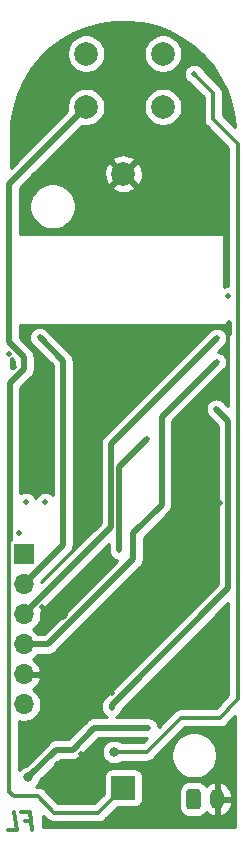
<source format=gbr>
G04 #@! TF.GenerationSoftware,KiCad,Pcbnew,(5.1.9)-1*
G04 #@! TF.CreationDate,2021-03-01T14:13:03+01:00*
G04 #@! TF.ProjectId,button v2_1 - AA [TPL5110],62757474-6f6e-4207-9632-5f31202d2041,rev?*
G04 #@! TF.SameCoordinates,Original*
G04 #@! TF.FileFunction,Copper,L2,Bot*
G04 #@! TF.FilePolarity,Positive*
%FSLAX46Y46*%
G04 Gerber Fmt 4.6, Leading zero omitted, Abs format (unit mm)*
G04 Created by KiCad (PCBNEW (5.1.9)-1) date 2021-03-01 14:13:03*
%MOMM*%
%LPD*%
G01*
G04 APERTURE LIST*
G04 #@! TA.AperFunction,NonConductor*
%ADD10C,0.300000*%
G04 #@! TD*
G04 #@! TA.AperFunction,ComponentPad*
%ADD11O,1.200000X1.750000*%
G04 #@! TD*
G04 #@! TA.AperFunction,ComponentPad*
%ADD12O,1.700000X1.700000*%
G04 #@! TD*
G04 #@! TA.AperFunction,ComponentPad*
%ADD13R,1.700000X1.700000*%
G04 #@! TD*
G04 #@! TA.AperFunction,ComponentPad*
%ADD14C,2.000000*%
G04 #@! TD*
G04 #@! TA.AperFunction,ComponentPad*
%ADD15R,2.000000X2.000000*%
G04 #@! TD*
G04 #@! TA.AperFunction,ViaPad*
%ADD16C,0.500000*%
G04 #@! TD*
G04 #@! TA.AperFunction,ViaPad*
%ADD17C,0.800000*%
G04 #@! TD*
G04 #@! TA.AperFunction,Conductor*
%ADD18C,0.500000*%
G04 #@! TD*
G04 #@! TA.AperFunction,Conductor*
%ADD19C,0.350000*%
G04 #@! TD*
G04 #@! TA.AperFunction,Conductor*
%ADD20C,0.254000*%
G04 #@! TD*
G04 #@! TA.AperFunction,Conductor*
%ADD21C,0.100000*%
G04 #@! TD*
G04 APERTURE END LIST*
D10*
X118650714Y-112312857D02*
X119150714Y-112312857D01*
X119248928Y-113098571D02*
X119061428Y-111598571D01*
X118347142Y-111598571D01*
X117248928Y-113098571D02*
X117963214Y-113098571D01*
X117775714Y-111598571D01*
D11*
G04 #@! TO.P,BT2,2*
G04 #@! TO.N,/GND*
X134930000Y-110490000D03*
G04 #@! TO.P,BT2,1*
G04 #@! TO.N,Net-(BT1-Pad1)*
G04 #@! TA.AperFunction,ComponentPad*
G36*
G01*
X132330000Y-111115001D02*
X132330000Y-109864999D01*
G75*
G02*
X132579999Y-109615000I249999J0D01*
G01*
X133280001Y-109615000D01*
G75*
G02*
X133530000Y-109864999I0J-249999D01*
G01*
X133530000Y-111115001D01*
G75*
G02*
X133280001Y-111365000I-249999J0D01*
G01*
X132579999Y-111365000D01*
G75*
G02*
X132330000Y-111115001I0J249999D01*
G01*
G37*
G04 #@! TD.AperFunction*
G04 #@! TD*
D12*
G04 #@! TO.P,J1,6*
G04 #@! TO.N,/VCC*
X118560000Y-102470000D03*
G04 #@! TO.P,J1,5*
G04 #@! TO.N,/GND*
X118560000Y-99930000D03*
G04 #@! TO.P,J1,4*
G04 #@! TO.N,/RX*
X118560000Y-97390000D03*
G04 #@! TO.P,J1,3*
G04 #@! TO.N,/TX*
X118560000Y-94850000D03*
G04 #@! TO.P,J1,2*
G04 #@! TO.N,/RST*
X118560000Y-92310000D03*
D13*
G04 #@! TO.P,J1,1*
G04 #@! TO.N,N/C*
X118560000Y-89770000D03*
G04 #@! TD*
D14*
G04 #@! TO.P,SW1,1*
G04 #@! TO.N,Net-(BT1-Pad1)*
X123850000Y-51880000D03*
G04 #@! TO.P,SW1,2*
G04 #@! TO.N,Net-(R6-Pad1)*
X123850000Y-47380000D03*
G04 #@! TO.P,SW1,1*
G04 #@! TO.N,Net-(BT1-Pad1)*
X130350000Y-51880000D03*
G04 #@! TO.P,SW1,2*
G04 #@! TO.N,Net-(R6-Pad1)*
X130350000Y-47380000D03*
G04 #@! TD*
D15*
G04 #@! TO.P,BT1,1*
G04 #@! TO.N,Net-(BT1-Pad1)*
X127000000Y-109530000D03*
D14*
G04 #@! TO.P,BT1,2*
G04 #@! TO.N,/GND*
X127000000Y-57540000D03*
G04 #@! TD*
D16*
G04 #@! TO.N,*
X135875000Y-67925000D03*
G04 #@! TO.N,/VCC*
X118750000Y-85350000D03*
X120400000Y-85350000D03*
G04 #@! TO.N,/GND*
X118150000Y-88000000D03*
X131400000Y-92000000D03*
X134100000Y-55900000D03*
X135200000Y-85400000D03*
X134200000Y-85400000D03*
X117300000Y-72800000D03*
D17*
X135000000Y-102000000D03*
X121900000Y-94900000D03*
D16*
X126000000Y-101500000D03*
X127500000Y-99500000D03*
X130500000Y-101800000D03*
X123100000Y-101600000D03*
X122600000Y-108700000D03*
D17*
X122200000Y-110200000D03*
D16*
X121400000Y-107500000D03*
X123400000Y-106700000D03*
X122450000Y-104100000D03*
X117700000Y-73900000D03*
X128200000Y-101800000D03*
X133050000Y-85325000D03*
X120075000Y-94200000D03*
X135925000Y-70200000D03*
G04 #@! TO.N,/RST*
X119900000Y-71400000D03*
G04 #@! TO.N,/RX*
X134900000Y-73500000D03*
G04 #@! TO.N,/TX*
X134900000Y-71450000D03*
G04 #@! TO.N,/GPIO0*
X126650000Y-89425000D03*
X128975000Y-80025000D03*
G04 #@! TO.N,/GPIO4*
X126000000Y-102750000D03*
X134850000Y-77450000D03*
G04 #@! TO.N,Net-(L1-Pad1)*
X129100000Y-104450000D03*
D17*
X118960000Y-108658000D03*
G04 #@! TO.N,Net-(R6-Pad1)*
X126200000Y-106500000D03*
D16*
X133000000Y-49100000D03*
G04 #@! TD*
D18*
G04 #@! TO.N,/GND*
X134800000Y-101800000D02*
X135000000Y-102000000D01*
X130500000Y-101800000D02*
X134800000Y-101800000D01*
X130500000Y-101800000D02*
X128200000Y-101800000D01*
X128200000Y-101800000D02*
X128200000Y-101800000D01*
D19*
X133050000Y-85325000D02*
X132325000Y-85325000D01*
D18*
X135925000Y-70200000D02*
X135925000Y-71125000D01*
G04 #@! TO.N,/RST*
X118560000Y-92310000D02*
X121900000Y-88970000D01*
X121900000Y-88970000D02*
X121900000Y-73400000D01*
X121900000Y-73400000D02*
X119900000Y-71400000D01*
X119900000Y-71400000D02*
X119900000Y-71400000D01*
G04 #@! TO.N,/RX*
X118560000Y-97390000D02*
X120626102Y-97390000D01*
X120626102Y-97390000D02*
X127824999Y-90191103D01*
X127824999Y-90191103D02*
X127824999Y-87988999D01*
X130250000Y-85563998D02*
X130250000Y-78150000D01*
X127824999Y-87988999D02*
X130250000Y-85563998D01*
X130250000Y-78150000D02*
X134900000Y-73500000D01*
G04 #@! TO.N,/TX*
X125949989Y-80400011D02*
X134900000Y-71450000D01*
X118560000Y-94850000D02*
X125949989Y-87460011D01*
X125949989Y-87460011D02*
X125949989Y-80400011D01*
G04 #@! TO.N,/GPIO0*
X126650000Y-89425000D02*
X126650000Y-82350000D01*
X126650000Y-82350000D02*
X128975000Y-80025000D01*
X128975000Y-80025000D02*
X128975000Y-80025000D01*
G04 #@! TO.N,Net-(BT1-Pad1)*
X123850000Y-51880000D02*
X117350000Y-58380000D01*
X117350000Y-71813998D02*
X118600000Y-73063998D01*
X117350000Y-58380000D02*
X117350000Y-71813998D01*
X118600000Y-73063998D02*
X118600000Y-74100000D01*
X118600000Y-74100000D02*
X117400000Y-75300000D01*
X117400000Y-75300000D02*
X117400000Y-88550000D01*
D19*
X117400000Y-88550000D02*
X117400000Y-88554998D01*
X117334999Y-88619999D02*
X117334999Y-109884999D01*
X117400000Y-88554998D02*
X117334999Y-88619999D01*
X117334999Y-109884999D02*
X117700000Y-110250000D01*
X117700000Y-110250000D02*
X119750000Y-110250000D01*
X119750000Y-110250000D02*
X121150000Y-111650000D01*
X124880000Y-111650000D02*
X127000000Y-109530000D01*
X121150000Y-111650000D02*
X124880000Y-111650000D01*
D18*
G04 #@! TO.N,/GPIO4*
X126000000Y-102536002D02*
X135900000Y-92636002D01*
X126000000Y-102750000D02*
X126000000Y-102536002D01*
X135900000Y-92636002D02*
X135900000Y-78500000D01*
X135900000Y-78500000D02*
X134850000Y-77450000D01*
X134850000Y-77450000D02*
X134850000Y-77450000D01*
G04 #@! TO.N,Net-(L1-Pad1)*
X129100000Y-104450000D02*
X124550000Y-104450000D01*
X124550000Y-104450000D02*
X122700000Y-106300000D01*
X121318000Y-106300000D02*
X118960000Y-108658000D01*
X122700000Y-106300000D02*
X121318000Y-106300000D01*
D19*
G04 #@! TO.N,Net-(R6-Pad1)*
X126200000Y-106500000D02*
X129000000Y-106500000D01*
X129000000Y-106500000D02*
X131900000Y-103600000D01*
X131900000Y-103600000D02*
X135200000Y-103600000D01*
X135825001Y-102974999D02*
X135825001Y-102874999D01*
X135200000Y-103600000D02*
X135825001Y-102974999D01*
X135825001Y-102874999D02*
X136700000Y-102000000D01*
X136700000Y-102000000D02*
X136700000Y-75600000D01*
X136700000Y-75600000D02*
X136700000Y-55000000D01*
X136700000Y-55000000D02*
X134600000Y-52900000D01*
X134600000Y-52900000D02*
X134600000Y-50700000D01*
X134600000Y-50700000D02*
X133000000Y-49100000D01*
X133000000Y-49100000D02*
X133000000Y-49100000D01*
G04 #@! TD*
D20*
G04 #@! TO.N,/GND*
X136461901Y-112852600D02*
X120235000Y-112852600D01*
X120235000Y-111880512D01*
X120549100Y-112194612D01*
X120574472Y-112225528D01*
X120663093Y-112298257D01*
X120697810Y-112326749D01*
X120773024Y-112366951D01*
X120838527Y-112401963D01*
X120991212Y-112448280D01*
X121110209Y-112460000D01*
X121110212Y-112460000D01*
X121150000Y-112463919D01*
X121189788Y-112460000D01*
X124840212Y-112460000D01*
X124880000Y-112463919D01*
X124919788Y-112460000D01*
X124919791Y-112460000D01*
X125038788Y-112448280D01*
X125191473Y-112401963D01*
X125332189Y-112326749D01*
X125455528Y-112225528D01*
X125480899Y-112194613D01*
X126507440Y-111168072D01*
X128000000Y-111168072D01*
X128124482Y-111155812D01*
X128244180Y-111119502D01*
X128354494Y-111060537D01*
X128451185Y-110981185D01*
X128530537Y-110884494D01*
X128589502Y-110774180D01*
X128625812Y-110654482D01*
X128638072Y-110530000D01*
X128638072Y-109864999D01*
X131691928Y-109864999D01*
X131691928Y-111115001D01*
X131708992Y-111288255D01*
X131759528Y-111454851D01*
X131841595Y-111608387D01*
X131952038Y-111742962D01*
X132086613Y-111853405D01*
X132240149Y-111935472D01*
X132406745Y-111986008D01*
X132579999Y-112003072D01*
X133280001Y-112003072D01*
X133453255Y-111986008D01*
X133619851Y-111935472D01*
X133773387Y-111853405D01*
X133907962Y-111742962D01*
X134018405Y-111608387D01*
X134020967Y-111603594D01*
X134146526Y-111728078D01*
X134349467Y-111862421D01*
X134574718Y-111954591D01*
X134612391Y-111958462D01*
X134803000Y-111833731D01*
X134803000Y-110617000D01*
X135057000Y-110617000D01*
X135057000Y-111833731D01*
X135247609Y-111958462D01*
X135285282Y-111954591D01*
X135510533Y-111862421D01*
X135713474Y-111728078D01*
X135886307Y-111556725D01*
X136022390Y-111354946D01*
X136116493Y-111130496D01*
X136165000Y-110892000D01*
X136165000Y-110617000D01*
X135057000Y-110617000D01*
X134803000Y-110617000D01*
X134783000Y-110617000D01*
X134783000Y-110363000D01*
X134803000Y-110363000D01*
X134803000Y-109146269D01*
X135057000Y-109146269D01*
X135057000Y-110363000D01*
X136165000Y-110363000D01*
X136165000Y-110088000D01*
X136116493Y-109849504D01*
X136022390Y-109625054D01*
X135886307Y-109423275D01*
X135713474Y-109251922D01*
X135510533Y-109117579D01*
X135285282Y-109025409D01*
X135247609Y-109021538D01*
X135057000Y-109146269D01*
X134803000Y-109146269D01*
X134612391Y-109021538D01*
X134574718Y-109025409D01*
X134349467Y-109117579D01*
X134146526Y-109251922D01*
X134020967Y-109376406D01*
X134018405Y-109371613D01*
X133907962Y-109237038D01*
X133773387Y-109126595D01*
X133619851Y-109044528D01*
X133453255Y-108993992D01*
X133280001Y-108976928D01*
X132579999Y-108976928D01*
X132406745Y-108993992D01*
X132240149Y-109044528D01*
X132086613Y-109126595D01*
X131952038Y-109237038D01*
X131841595Y-109371613D01*
X131759528Y-109525149D01*
X131708992Y-109691745D01*
X131691928Y-109864999D01*
X128638072Y-109864999D01*
X128638072Y-108530000D01*
X128625812Y-108405518D01*
X128589502Y-108285820D01*
X128530537Y-108175506D01*
X128451185Y-108078815D01*
X128354494Y-107999463D01*
X128244180Y-107940498D01*
X128124482Y-107904188D01*
X128000000Y-107891928D01*
X126000000Y-107891928D01*
X125875518Y-107904188D01*
X125755820Y-107940498D01*
X125645506Y-107999463D01*
X125548815Y-108078815D01*
X125469463Y-108175506D01*
X125410498Y-108285820D01*
X125374188Y-108405518D01*
X125361928Y-108530000D01*
X125361928Y-110022560D01*
X124544488Y-110840000D01*
X121485512Y-110840000D01*
X120350900Y-109705388D01*
X120325528Y-109674472D01*
X120202189Y-109573251D01*
X120061473Y-109498037D01*
X119908788Y-109451720D01*
X119789791Y-109440000D01*
X119789788Y-109440000D01*
X119750000Y-109436081D01*
X119710212Y-109440000D01*
X119641711Y-109440000D01*
X119763937Y-109317774D01*
X119877205Y-109148256D01*
X119955226Y-108959898D01*
X119966535Y-108903043D01*
X121684579Y-107185000D01*
X122656531Y-107185000D01*
X122700000Y-107189281D01*
X122743469Y-107185000D01*
X122743477Y-107185000D01*
X122873490Y-107172195D01*
X123040313Y-107121589D01*
X123194059Y-107039411D01*
X123328817Y-106928817D01*
X123356534Y-106895044D01*
X124916579Y-105335000D01*
X129019488Y-105335000D01*
X128664488Y-105690000D01*
X126850700Y-105690000D01*
X126690256Y-105582795D01*
X126501898Y-105504774D01*
X126301939Y-105465000D01*
X126098061Y-105465000D01*
X125898102Y-105504774D01*
X125709744Y-105582795D01*
X125540226Y-105696063D01*
X125396063Y-105840226D01*
X125282795Y-106009744D01*
X125204774Y-106198102D01*
X125165000Y-106398061D01*
X125165000Y-106601939D01*
X125204774Y-106801898D01*
X125282795Y-106990256D01*
X125396063Y-107159774D01*
X125540226Y-107303937D01*
X125709744Y-107417205D01*
X125898102Y-107495226D01*
X126098061Y-107535000D01*
X126301939Y-107535000D01*
X126501898Y-107495226D01*
X126690256Y-107417205D01*
X126850700Y-107310000D01*
X128960212Y-107310000D01*
X129000000Y-107313919D01*
X129039788Y-107310000D01*
X129039791Y-107310000D01*
X129158788Y-107298280D01*
X129311473Y-107251963D01*
X129452189Y-107176749D01*
X129575528Y-107075528D01*
X129600900Y-107044612D01*
X130058063Y-106587449D01*
X131040000Y-106587449D01*
X131040000Y-106972551D01*
X131115130Y-107350252D01*
X131262502Y-107706040D01*
X131476453Y-108026240D01*
X131748760Y-108298547D01*
X132068960Y-108512498D01*
X132424748Y-108659870D01*
X132802449Y-108735000D01*
X133187551Y-108735000D01*
X133565252Y-108659870D01*
X133921040Y-108512498D01*
X134241240Y-108298547D01*
X134513547Y-108026240D01*
X134727498Y-107706040D01*
X134874870Y-107350252D01*
X134950000Y-106972551D01*
X134950000Y-106587449D01*
X134874870Y-106209748D01*
X134727498Y-105853960D01*
X134513547Y-105533760D01*
X134241240Y-105261453D01*
X133921040Y-105047502D01*
X133565252Y-104900130D01*
X133187551Y-104825000D01*
X132802449Y-104825000D01*
X132424748Y-104900130D01*
X132068960Y-105047502D01*
X131748760Y-105261453D01*
X131476453Y-105533760D01*
X131262502Y-105853960D01*
X131115130Y-106209748D01*
X131040000Y-106587449D01*
X130058063Y-106587449D01*
X132235513Y-104410000D01*
X135160212Y-104410000D01*
X135200000Y-104413919D01*
X135239788Y-104410000D01*
X135239791Y-104410000D01*
X135358788Y-104398280D01*
X135511473Y-104351963D01*
X135652189Y-104276749D01*
X135775528Y-104175528D01*
X135800899Y-104144613D01*
X136369620Y-103575893D01*
X136400529Y-103550527D01*
X136461781Y-103475891D01*
X136461901Y-103475745D01*
X136461901Y-112852600D01*
G04 #@! TA.AperFunction,Conductor*
D21*
G36*
X136461901Y-112852600D02*
G01*
X120235000Y-112852600D01*
X120235000Y-111880512D01*
X120549100Y-112194612D01*
X120574472Y-112225528D01*
X120663093Y-112298257D01*
X120697810Y-112326749D01*
X120773024Y-112366951D01*
X120838527Y-112401963D01*
X120991212Y-112448280D01*
X121110209Y-112460000D01*
X121110212Y-112460000D01*
X121150000Y-112463919D01*
X121189788Y-112460000D01*
X124840212Y-112460000D01*
X124880000Y-112463919D01*
X124919788Y-112460000D01*
X124919791Y-112460000D01*
X125038788Y-112448280D01*
X125191473Y-112401963D01*
X125332189Y-112326749D01*
X125455528Y-112225528D01*
X125480899Y-112194613D01*
X126507440Y-111168072D01*
X128000000Y-111168072D01*
X128124482Y-111155812D01*
X128244180Y-111119502D01*
X128354494Y-111060537D01*
X128451185Y-110981185D01*
X128530537Y-110884494D01*
X128589502Y-110774180D01*
X128625812Y-110654482D01*
X128638072Y-110530000D01*
X128638072Y-109864999D01*
X131691928Y-109864999D01*
X131691928Y-111115001D01*
X131708992Y-111288255D01*
X131759528Y-111454851D01*
X131841595Y-111608387D01*
X131952038Y-111742962D01*
X132086613Y-111853405D01*
X132240149Y-111935472D01*
X132406745Y-111986008D01*
X132579999Y-112003072D01*
X133280001Y-112003072D01*
X133453255Y-111986008D01*
X133619851Y-111935472D01*
X133773387Y-111853405D01*
X133907962Y-111742962D01*
X134018405Y-111608387D01*
X134020967Y-111603594D01*
X134146526Y-111728078D01*
X134349467Y-111862421D01*
X134574718Y-111954591D01*
X134612391Y-111958462D01*
X134803000Y-111833731D01*
X134803000Y-110617000D01*
X135057000Y-110617000D01*
X135057000Y-111833731D01*
X135247609Y-111958462D01*
X135285282Y-111954591D01*
X135510533Y-111862421D01*
X135713474Y-111728078D01*
X135886307Y-111556725D01*
X136022390Y-111354946D01*
X136116493Y-111130496D01*
X136165000Y-110892000D01*
X136165000Y-110617000D01*
X135057000Y-110617000D01*
X134803000Y-110617000D01*
X134783000Y-110617000D01*
X134783000Y-110363000D01*
X134803000Y-110363000D01*
X134803000Y-109146269D01*
X135057000Y-109146269D01*
X135057000Y-110363000D01*
X136165000Y-110363000D01*
X136165000Y-110088000D01*
X136116493Y-109849504D01*
X136022390Y-109625054D01*
X135886307Y-109423275D01*
X135713474Y-109251922D01*
X135510533Y-109117579D01*
X135285282Y-109025409D01*
X135247609Y-109021538D01*
X135057000Y-109146269D01*
X134803000Y-109146269D01*
X134612391Y-109021538D01*
X134574718Y-109025409D01*
X134349467Y-109117579D01*
X134146526Y-109251922D01*
X134020967Y-109376406D01*
X134018405Y-109371613D01*
X133907962Y-109237038D01*
X133773387Y-109126595D01*
X133619851Y-109044528D01*
X133453255Y-108993992D01*
X133280001Y-108976928D01*
X132579999Y-108976928D01*
X132406745Y-108993992D01*
X132240149Y-109044528D01*
X132086613Y-109126595D01*
X131952038Y-109237038D01*
X131841595Y-109371613D01*
X131759528Y-109525149D01*
X131708992Y-109691745D01*
X131691928Y-109864999D01*
X128638072Y-109864999D01*
X128638072Y-108530000D01*
X128625812Y-108405518D01*
X128589502Y-108285820D01*
X128530537Y-108175506D01*
X128451185Y-108078815D01*
X128354494Y-107999463D01*
X128244180Y-107940498D01*
X128124482Y-107904188D01*
X128000000Y-107891928D01*
X126000000Y-107891928D01*
X125875518Y-107904188D01*
X125755820Y-107940498D01*
X125645506Y-107999463D01*
X125548815Y-108078815D01*
X125469463Y-108175506D01*
X125410498Y-108285820D01*
X125374188Y-108405518D01*
X125361928Y-108530000D01*
X125361928Y-110022560D01*
X124544488Y-110840000D01*
X121485512Y-110840000D01*
X120350900Y-109705388D01*
X120325528Y-109674472D01*
X120202189Y-109573251D01*
X120061473Y-109498037D01*
X119908788Y-109451720D01*
X119789791Y-109440000D01*
X119789788Y-109440000D01*
X119750000Y-109436081D01*
X119710212Y-109440000D01*
X119641711Y-109440000D01*
X119763937Y-109317774D01*
X119877205Y-109148256D01*
X119955226Y-108959898D01*
X119966535Y-108903043D01*
X121684579Y-107185000D01*
X122656531Y-107185000D01*
X122700000Y-107189281D01*
X122743469Y-107185000D01*
X122743477Y-107185000D01*
X122873490Y-107172195D01*
X123040313Y-107121589D01*
X123194059Y-107039411D01*
X123328817Y-106928817D01*
X123356534Y-106895044D01*
X124916579Y-105335000D01*
X129019488Y-105335000D01*
X128664488Y-105690000D01*
X126850700Y-105690000D01*
X126690256Y-105582795D01*
X126501898Y-105504774D01*
X126301939Y-105465000D01*
X126098061Y-105465000D01*
X125898102Y-105504774D01*
X125709744Y-105582795D01*
X125540226Y-105696063D01*
X125396063Y-105840226D01*
X125282795Y-106009744D01*
X125204774Y-106198102D01*
X125165000Y-106398061D01*
X125165000Y-106601939D01*
X125204774Y-106801898D01*
X125282795Y-106990256D01*
X125396063Y-107159774D01*
X125540226Y-107303937D01*
X125709744Y-107417205D01*
X125898102Y-107495226D01*
X126098061Y-107535000D01*
X126301939Y-107535000D01*
X126501898Y-107495226D01*
X126690256Y-107417205D01*
X126850700Y-107310000D01*
X128960212Y-107310000D01*
X129000000Y-107313919D01*
X129039788Y-107310000D01*
X129039791Y-107310000D01*
X129158788Y-107298280D01*
X129311473Y-107251963D01*
X129452189Y-107176749D01*
X129575528Y-107075528D01*
X129600900Y-107044612D01*
X130058063Y-106587449D01*
X131040000Y-106587449D01*
X131040000Y-106972551D01*
X131115130Y-107350252D01*
X131262502Y-107706040D01*
X131476453Y-108026240D01*
X131748760Y-108298547D01*
X132068960Y-108512498D01*
X132424748Y-108659870D01*
X132802449Y-108735000D01*
X133187551Y-108735000D01*
X133565252Y-108659870D01*
X133921040Y-108512498D01*
X134241240Y-108298547D01*
X134513547Y-108026240D01*
X134727498Y-107706040D01*
X134874870Y-107350252D01*
X134950000Y-106972551D01*
X134950000Y-106587449D01*
X134874870Y-106209748D01*
X134727498Y-105853960D01*
X134513547Y-105533760D01*
X134241240Y-105261453D01*
X133921040Y-105047502D01*
X133565252Y-104900130D01*
X133187551Y-104825000D01*
X132802449Y-104825000D01*
X132424748Y-104900130D01*
X132068960Y-105047502D01*
X131748760Y-105261453D01*
X131476453Y-105533760D01*
X131262502Y-105853960D01*
X131115130Y-106209748D01*
X131040000Y-106587449D01*
X130058063Y-106587449D01*
X132235513Y-104410000D01*
X135160212Y-104410000D01*
X135200000Y-104413919D01*
X135239788Y-104410000D01*
X135239791Y-104410000D01*
X135358788Y-104398280D01*
X135511473Y-104351963D01*
X135652189Y-104276749D01*
X135775528Y-104175528D01*
X135800899Y-104144613D01*
X136369620Y-103575893D01*
X136400529Y-103550527D01*
X136461781Y-103475891D01*
X136461901Y-103475745D01*
X136461901Y-112852600D01*
G37*
G04 #@! TD.AperFunction*
D20*
X135890000Y-70347652D02*
X135890000Y-75639790D01*
X135890001Y-75639800D01*
X135890001Y-77238423D01*
X135537426Y-76885848D01*
X135537424Y-76885845D01*
X135506530Y-76854951D01*
X135478817Y-76821183D01*
X135445049Y-76793470D01*
X135414155Y-76762576D01*
X135377829Y-76738304D01*
X135344059Y-76710589D01*
X135305533Y-76689996D01*
X135269205Y-76665723D01*
X135228835Y-76649001D01*
X135190313Y-76628411D01*
X135148513Y-76615731D01*
X135108145Y-76599010D01*
X135065295Y-76590487D01*
X135023490Y-76577805D01*
X134980013Y-76573523D01*
X134937165Y-76565000D01*
X134893469Y-76565000D01*
X134850000Y-76560719D01*
X134806531Y-76565000D01*
X134762835Y-76565000D01*
X134719987Y-76573523D01*
X134676510Y-76577805D01*
X134634705Y-76590487D01*
X134591855Y-76599010D01*
X134551487Y-76615731D01*
X134509687Y-76628411D01*
X134471165Y-76649001D01*
X134430795Y-76665723D01*
X134394467Y-76689996D01*
X134355941Y-76710589D01*
X134322171Y-76738304D01*
X134285845Y-76762576D01*
X134254951Y-76793470D01*
X134221183Y-76821183D01*
X134193470Y-76854951D01*
X134162576Y-76885845D01*
X134138304Y-76922171D01*
X134110589Y-76955941D01*
X134089996Y-76994467D01*
X134065723Y-77030795D01*
X134049001Y-77071165D01*
X134028411Y-77109687D01*
X134015731Y-77151487D01*
X133999010Y-77191855D01*
X133990487Y-77234705D01*
X133977805Y-77276510D01*
X133973523Y-77319987D01*
X133965000Y-77362835D01*
X133965000Y-77406523D01*
X133960718Y-77450000D01*
X133965000Y-77493477D01*
X133965000Y-77537165D01*
X133973523Y-77580013D01*
X133977805Y-77623490D01*
X133990487Y-77665295D01*
X133999010Y-77708145D01*
X134015731Y-77748513D01*
X134028411Y-77790313D01*
X134049001Y-77828835D01*
X134065723Y-77869205D01*
X134089996Y-77905533D01*
X134110589Y-77944059D01*
X134138304Y-77977829D01*
X134162576Y-78014155D01*
X134193470Y-78045049D01*
X134221183Y-78078817D01*
X134254951Y-78106530D01*
X134285845Y-78137424D01*
X134285848Y-78137426D01*
X135015001Y-78866580D01*
X135015000Y-92269423D01*
X125404955Y-101879469D01*
X125371183Y-101907185D01*
X125260589Y-102041943D01*
X125178411Y-102195689D01*
X125127805Y-102362512D01*
X125115000Y-102492525D01*
X125115000Y-102492533D01*
X125110719Y-102536002D01*
X125115000Y-102579471D01*
X125115000Y-102837165D01*
X125123523Y-102880014D01*
X125127805Y-102923489D01*
X125140486Y-102965292D01*
X125149010Y-103008145D01*
X125165732Y-103048516D01*
X125178411Y-103090312D01*
X125199000Y-103128831D01*
X125215723Y-103169205D01*
X125239999Y-103205537D01*
X125260589Y-103244058D01*
X125288301Y-103277825D01*
X125312576Y-103314155D01*
X125343472Y-103345051D01*
X125371183Y-103378817D01*
X125404951Y-103406530D01*
X125435845Y-103437424D01*
X125472171Y-103461696D01*
X125505941Y-103489411D01*
X125544467Y-103510004D01*
X125580795Y-103534277D01*
X125621165Y-103550999D01*
X125647360Y-103565000D01*
X124593465Y-103565000D01*
X124549999Y-103560719D01*
X124506533Y-103565000D01*
X124506523Y-103565000D01*
X124376510Y-103577805D01*
X124209687Y-103628411D01*
X124055941Y-103710589D01*
X124055939Y-103710590D01*
X124055940Y-103710590D01*
X123954953Y-103793468D01*
X123954951Y-103793470D01*
X123921183Y-103821183D01*
X123893470Y-103854951D01*
X122333422Y-105415000D01*
X121361469Y-105415000D01*
X121318000Y-105410719D01*
X121274531Y-105415000D01*
X121274523Y-105415000D01*
X121144510Y-105427805D01*
X120977686Y-105478411D01*
X120823941Y-105560589D01*
X120722953Y-105643468D01*
X120722951Y-105643470D01*
X120689183Y-105671183D01*
X120661470Y-105704951D01*
X118714957Y-107651465D01*
X118658102Y-107662774D01*
X118469744Y-107740795D01*
X118300226Y-107854063D01*
X118156063Y-107998226D01*
X118144999Y-108014784D01*
X118144999Y-103901544D01*
X118413740Y-103955000D01*
X118706260Y-103955000D01*
X118993158Y-103897932D01*
X119263411Y-103785990D01*
X119506632Y-103623475D01*
X119713475Y-103416632D01*
X119875990Y-103173411D01*
X119987932Y-102903158D01*
X120045000Y-102616260D01*
X120045000Y-102323740D01*
X119987932Y-102036842D01*
X119875990Y-101766589D01*
X119713475Y-101523368D01*
X119506632Y-101316525D01*
X119324466Y-101194805D01*
X119441355Y-101125178D01*
X119657588Y-100930269D01*
X119831641Y-100696920D01*
X119956825Y-100434099D01*
X120001476Y-100286890D01*
X119880155Y-100057000D01*
X118687000Y-100057000D01*
X118687000Y-100077000D01*
X118433000Y-100077000D01*
X118433000Y-100057000D01*
X118413000Y-100057000D01*
X118413000Y-99803000D01*
X118433000Y-99803000D01*
X118433000Y-99783000D01*
X118687000Y-99783000D01*
X118687000Y-99803000D01*
X119880155Y-99803000D01*
X120001476Y-99573110D01*
X119956825Y-99425901D01*
X119831641Y-99163080D01*
X119657588Y-98929731D01*
X119441355Y-98734822D01*
X119324466Y-98665195D01*
X119506632Y-98543475D01*
X119713475Y-98336632D01*
X119754656Y-98275000D01*
X120582633Y-98275000D01*
X120626102Y-98279281D01*
X120669571Y-98275000D01*
X120669579Y-98275000D01*
X120799592Y-98262195D01*
X120966415Y-98211589D01*
X121120161Y-98129411D01*
X121254919Y-98018817D01*
X121282636Y-97985044D01*
X128420050Y-90847631D01*
X128453816Y-90819920D01*
X128564410Y-90685162D01*
X128646588Y-90531416D01*
X128697194Y-90364593D01*
X128709999Y-90234580D01*
X128709999Y-90234572D01*
X128714280Y-90191103D01*
X128709999Y-90147634D01*
X128709999Y-88355577D01*
X130845050Y-86220527D01*
X130878817Y-86192815D01*
X130926859Y-86134277D01*
X130989410Y-86058058D01*
X130989411Y-86058057D01*
X131071589Y-85904311D01*
X131122195Y-85737488D01*
X131135000Y-85607475D01*
X131135000Y-85607465D01*
X131139281Y-85563999D01*
X131135000Y-85520533D01*
X131135000Y-78516578D01*
X135556532Y-74095047D01*
X135587424Y-74064155D01*
X135611696Y-74027830D01*
X135639410Y-73994060D01*
X135660001Y-73955536D01*
X135684277Y-73919205D01*
X135701000Y-73878832D01*
X135721588Y-73840314D01*
X135734267Y-73798519D01*
X135750990Y-73758145D01*
X135759515Y-73715288D01*
X135772194Y-73673491D01*
X135776475Y-73630022D01*
X135785000Y-73587165D01*
X135785000Y-73543467D01*
X135789281Y-73500001D01*
X135785000Y-73456534D01*
X135785000Y-73412835D01*
X135776475Y-73369977D01*
X135772194Y-73326510D01*
X135759515Y-73284715D01*
X135750990Y-73241855D01*
X135734265Y-73201478D01*
X135721588Y-73159687D01*
X135701002Y-73121174D01*
X135684277Y-73080795D01*
X135659997Y-73044457D01*
X135639410Y-73005942D01*
X135611702Y-72972180D01*
X135587424Y-72935845D01*
X135556527Y-72904948D01*
X135528817Y-72871183D01*
X135495052Y-72843473D01*
X135464155Y-72812576D01*
X135427820Y-72788298D01*
X135394058Y-72760590D01*
X135355543Y-72740003D01*
X135319205Y-72715723D01*
X135278826Y-72698998D01*
X135240313Y-72678412D01*
X135198522Y-72665735D01*
X135158145Y-72649010D01*
X135115285Y-72640485D01*
X135073490Y-72627806D01*
X135030023Y-72623525D01*
X134987165Y-72615000D01*
X134986579Y-72615000D01*
X135587424Y-72014155D01*
X135611696Y-71977830D01*
X135639410Y-71944060D01*
X135660001Y-71905536D01*
X135684277Y-71869205D01*
X135701000Y-71828832D01*
X135721588Y-71790314D01*
X135734267Y-71748517D01*
X135750990Y-71708145D01*
X135759513Y-71665296D01*
X135772195Y-71623491D01*
X135776477Y-71580014D01*
X135785000Y-71537165D01*
X135785000Y-71493469D01*
X135789281Y-71450000D01*
X135785000Y-71406531D01*
X135785000Y-71362835D01*
X135776477Y-71319985D01*
X135772195Y-71276510D01*
X135759514Y-71234707D01*
X135750990Y-71191855D01*
X135734266Y-71151480D01*
X135721588Y-71109687D01*
X135701002Y-71071173D01*
X135684277Y-71030795D01*
X135659999Y-70994460D01*
X135639410Y-70955941D01*
X135611699Y-70922176D01*
X135587424Y-70885845D01*
X135556528Y-70854949D01*
X135528817Y-70821183D01*
X135495051Y-70793472D01*
X135464155Y-70762576D01*
X135427824Y-70738301D01*
X135394059Y-70710590D01*
X135355540Y-70690001D01*
X135319205Y-70665723D01*
X135278827Y-70648998D01*
X135240313Y-70628412D01*
X135198520Y-70615734D01*
X135158145Y-70599010D01*
X135115293Y-70590486D01*
X135073490Y-70577805D01*
X135030015Y-70573523D01*
X134987165Y-70565000D01*
X134943469Y-70565000D01*
X134900000Y-70560719D01*
X134856531Y-70565000D01*
X134812835Y-70565000D01*
X134769986Y-70573523D01*
X134726509Y-70577805D01*
X134684704Y-70590487D01*
X134641855Y-70599010D01*
X134601483Y-70615733D01*
X134559686Y-70628412D01*
X134521168Y-70649000D01*
X134480795Y-70665723D01*
X134444464Y-70689999D01*
X134405940Y-70710590D01*
X134372170Y-70738304D01*
X134335845Y-70762576D01*
X134304953Y-70793468D01*
X125354941Y-79743481D01*
X125321173Y-79771194D01*
X125293460Y-79804962D01*
X125293457Y-79804965D01*
X125210579Y-79905952D01*
X125128401Y-80059698D01*
X125077794Y-80226521D01*
X125060708Y-80400011D01*
X125064990Y-80443490D01*
X125064989Y-87093432D01*
X120036652Y-92121770D01*
X120030539Y-92091039D01*
X122495050Y-89626529D01*
X122528817Y-89598817D01*
X122558798Y-89562286D01*
X122639410Y-89464060D01*
X122639411Y-89464059D01*
X122721589Y-89310313D01*
X122772195Y-89143490D01*
X122785000Y-89013477D01*
X122785000Y-89013467D01*
X122789281Y-88970001D01*
X122785000Y-88926535D01*
X122785000Y-73443465D01*
X122789281Y-73399999D01*
X122785000Y-73356533D01*
X122785000Y-73356523D01*
X122772195Y-73226510D01*
X122721589Y-73059687D01*
X122639411Y-72905941D01*
X122528817Y-72771183D01*
X122495049Y-72743470D01*
X120587426Y-70835848D01*
X120587424Y-70835845D01*
X120556530Y-70804951D01*
X120528817Y-70771183D01*
X120495049Y-70743470D01*
X120464155Y-70712576D01*
X120427829Y-70688304D01*
X120394059Y-70660589D01*
X120355533Y-70639996D01*
X120319205Y-70615723D01*
X120278835Y-70599001D01*
X120240313Y-70578411D01*
X120198513Y-70565731D01*
X120158145Y-70549010D01*
X120115295Y-70540487D01*
X120073490Y-70527805D01*
X120030013Y-70523523D01*
X119987165Y-70515000D01*
X119943469Y-70515000D01*
X119900000Y-70510719D01*
X119856531Y-70515000D01*
X119812835Y-70515000D01*
X119769987Y-70523523D01*
X119726510Y-70527805D01*
X119684705Y-70540487D01*
X119641855Y-70549010D01*
X119601487Y-70565731D01*
X119559687Y-70578411D01*
X119521165Y-70599001D01*
X119480795Y-70615723D01*
X119444467Y-70639996D01*
X119405941Y-70660589D01*
X119372171Y-70688304D01*
X119335845Y-70712576D01*
X119304951Y-70743470D01*
X119271183Y-70771183D01*
X119243470Y-70804951D01*
X119212576Y-70835845D01*
X119188304Y-70872171D01*
X119160589Y-70905941D01*
X119139996Y-70944467D01*
X119115723Y-70980795D01*
X119099001Y-71021165D01*
X119078411Y-71059687D01*
X119065731Y-71101487D01*
X119049010Y-71141855D01*
X119040487Y-71184705D01*
X119027805Y-71226510D01*
X119023523Y-71269987D01*
X119015000Y-71312835D01*
X119015000Y-71356523D01*
X119010718Y-71400000D01*
X119015000Y-71443477D01*
X119015000Y-71487165D01*
X119023523Y-71530013D01*
X119027805Y-71573490D01*
X119040487Y-71615295D01*
X119049010Y-71658145D01*
X119065731Y-71698513D01*
X119078411Y-71740313D01*
X119099001Y-71778835D01*
X119115723Y-71819205D01*
X119139996Y-71855533D01*
X119160589Y-71894059D01*
X119188304Y-71927829D01*
X119212576Y-71964155D01*
X119243470Y-71995049D01*
X119271183Y-72028817D01*
X119304951Y-72056530D01*
X119335845Y-72087424D01*
X119335848Y-72087426D01*
X121015001Y-73766580D01*
X121015000Y-84713421D01*
X120964155Y-84662576D01*
X120819205Y-84565723D01*
X120658145Y-84499010D01*
X120487165Y-84465000D01*
X120312835Y-84465000D01*
X120141855Y-84499010D01*
X119980795Y-84565723D01*
X119835845Y-84662576D01*
X119712576Y-84785845D01*
X119615723Y-84930795D01*
X119575000Y-85029109D01*
X119534277Y-84930795D01*
X119437424Y-84785845D01*
X119314155Y-84662576D01*
X119169205Y-84565723D01*
X119008145Y-84499010D01*
X118837165Y-84465000D01*
X118662835Y-84465000D01*
X118491855Y-84499010D01*
X118330795Y-84565723D01*
X118285000Y-84596322D01*
X118285000Y-75666578D01*
X119195049Y-74756530D01*
X119228817Y-74728817D01*
X119276117Y-74671183D01*
X119339410Y-74594060D01*
X119339411Y-74594059D01*
X119421589Y-74440313D01*
X119472195Y-74273490D01*
X119485000Y-74143477D01*
X119485000Y-74143467D01*
X119489281Y-74100001D01*
X119485000Y-74056532D01*
X119485000Y-73107467D01*
X119489281Y-73063998D01*
X119485000Y-73020529D01*
X119485000Y-73020521D01*
X119472195Y-72890508D01*
X119421589Y-72723685D01*
X119339411Y-72569939D01*
X119228817Y-72435181D01*
X119195050Y-72407469D01*
X118235000Y-71447420D01*
X118235000Y-70306926D01*
X135890000Y-70347652D01*
G04 #@! TA.AperFunction,Conductor*
D21*
G36*
X135890000Y-70347652D02*
G01*
X135890000Y-75639790D01*
X135890001Y-75639800D01*
X135890001Y-77238423D01*
X135537426Y-76885848D01*
X135537424Y-76885845D01*
X135506530Y-76854951D01*
X135478817Y-76821183D01*
X135445049Y-76793470D01*
X135414155Y-76762576D01*
X135377829Y-76738304D01*
X135344059Y-76710589D01*
X135305533Y-76689996D01*
X135269205Y-76665723D01*
X135228835Y-76649001D01*
X135190313Y-76628411D01*
X135148513Y-76615731D01*
X135108145Y-76599010D01*
X135065295Y-76590487D01*
X135023490Y-76577805D01*
X134980013Y-76573523D01*
X134937165Y-76565000D01*
X134893469Y-76565000D01*
X134850000Y-76560719D01*
X134806531Y-76565000D01*
X134762835Y-76565000D01*
X134719987Y-76573523D01*
X134676510Y-76577805D01*
X134634705Y-76590487D01*
X134591855Y-76599010D01*
X134551487Y-76615731D01*
X134509687Y-76628411D01*
X134471165Y-76649001D01*
X134430795Y-76665723D01*
X134394467Y-76689996D01*
X134355941Y-76710589D01*
X134322171Y-76738304D01*
X134285845Y-76762576D01*
X134254951Y-76793470D01*
X134221183Y-76821183D01*
X134193470Y-76854951D01*
X134162576Y-76885845D01*
X134138304Y-76922171D01*
X134110589Y-76955941D01*
X134089996Y-76994467D01*
X134065723Y-77030795D01*
X134049001Y-77071165D01*
X134028411Y-77109687D01*
X134015731Y-77151487D01*
X133999010Y-77191855D01*
X133990487Y-77234705D01*
X133977805Y-77276510D01*
X133973523Y-77319987D01*
X133965000Y-77362835D01*
X133965000Y-77406523D01*
X133960718Y-77450000D01*
X133965000Y-77493477D01*
X133965000Y-77537165D01*
X133973523Y-77580013D01*
X133977805Y-77623490D01*
X133990487Y-77665295D01*
X133999010Y-77708145D01*
X134015731Y-77748513D01*
X134028411Y-77790313D01*
X134049001Y-77828835D01*
X134065723Y-77869205D01*
X134089996Y-77905533D01*
X134110589Y-77944059D01*
X134138304Y-77977829D01*
X134162576Y-78014155D01*
X134193470Y-78045049D01*
X134221183Y-78078817D01*
X134254951Y-78106530D01*
X134285845Y-78137424D01*
X134285848Y-78137426D01*
X135015001Y-78866580D01*
X135015000Y-92269423D01*
X125404955Y-101879469D01*
X125371183Y-101907185D01*
X125260589Y-102041943D01*
X125178411Y-102195689D01*
X125127805Y-102362512D01*
X125115000Y-102492525D01*
X125115000Y-102492533D01*
X125110719Y-102536002D01*
X125115000Y-102579471D01*
X125115000Y-102837165D01*
X125123523Y-102880014D01*
X125127805Y-102923489D01*
X125140486Y-102965292D01*
X125149010Y-103008145D01*
X125165732Y-103048516D01*
X125178411Y-103090312D01*
X125199000Y-103128831D01*
X125215723Y-103169205D01*
X125239999Y-103205537D01*
X125260589Y-103244058D01*
X125288301Y-103277825D01*
X125312576Y-103314155D01*
X125343472Y-103345051D01*
X125371183Y-103378817D01*
X125404951Y-103406530D01*
X125435845Y-103437424D01*
X125472171Y-103461696D01*
X125505941Y-103489411D01*
X125544467Y-103510004D01*
X125580795Y-103534277D01*
X125621165Y-103550999D01*
X125647360Y-103565000D01*
X124593465Y-103565000D01*
X124549999Y-103560719D01*
X124506533Y-103565000D01*
X124506523Y-103565000D01*
X124376510Y-103577805D01*
X124209687Y-103628411D01*
X124055941Y-103710589D01*
X124055939Y-103710590D01*
X124055940Y-103710590D01*
X123954953Y-103793468D01*
X123954951Y-103793470D01*
X123921183Y-103821183D01*
X123893470Y-103854951D01*
X122333422Y-105415000D01*
X121361469Y-105415000D01*
X121318000Y-105410719D01*
X121274531Y-105415000D01*
X121274523Y-105415000D01*
X121144510Y-105427805D01*
X120977686Y-105478411D01*
X120823941Y-105560589D01*
X120722953Y-105643468D01*
X120722951Y-105643470D01*
X120689183Y-105671183D01*
X120661470Y-105704951D01*
X118714957Y-107651465D01*
X118658102Y-107662774D01*
X118469744Y-107740795D01*
X118300226Y-107854063D01*
X118156063Y-107998226D01*
X118144999Y-108014784D01*
X118144999Y-103901544D01*
X118413740Y-103955000D01*
X118706260Y-103955000D01*
X118993158Y-103897932D01*
X119263411Y-103785990D01*
X119506632Y-103623475D01*
X119713475Y-103416632D01*
X119875990Y-103173411D01*
X119987932Y-102903158D01*
X120045000Y-102616260D01*
X120045000Y-102323740D01*
X119987932Y-102036842D01*
X119875990Y-101766589D01*
X119713475Y-101523368D01*
X119506632Y-101316525D01*
X119324466Y-101194805D01*
X119441355Y-101125178D01*
X119657588Y-100930269D01*
X119831641Y-100696920D01*
X119956825Y-100434099D01*
X120001476Y-100286890D01*
X119880155Y-100057000D01*
X118687000Y-100057000D01*
X118687000Y-100077000D01*
X118433000Y-100077000D01*
X118433000Y-100057000D01*
X118413000Y-100057000D01*
X118413000Y-99803000D01*
X118433000Y-99803000D01*
X118433000Y-99783000D01*
X118687000Y-99783000D01*
X118687000Y-99803000D01*
X119880155Y-99803000D01*
X120001476Y-99573110D01*
X119956825Y-99425901D01*
X119831641Y-99163080D01*
X119657588Y-98929731D01*
X119441355Y-98734822D01*
X119324466Y-98665195D01*
X119506632Y-98543475D01*
X119713475Y-98336632D01*
X119754656Y-98275000D01*
X120582633Y-98275000D01*
X120626102Y-98279281D01*
X120669571Y-98275000D01*
X120669579Y-98275000D01*
X120799592Y-98262195D01*
X120966415Y-98211589D01*
X121120161Y-98129411D01*
X121254919Y-98018817D01*
X121282636Y-97985044D01*
X128420050Y-90847631D01*
X128453816Y-90819920D01*
X128564410Y-90685162D01*
X128646588Y-90531416D01*
X128697194Y-90364593D01*
X128709999Y-90234580D01*
X128709999Y-90234572D01*
X128714280Y-90191103D01*
X128709999Y-90147634D01*
X128709999Y-88355577D01*
X130845050Y-86220527D01*
X130878817Y-86192815D01*
X130926859Y-86134277D01*
X130989410Y-86058058D01*
X130989411Y-86058057D01*
X131071589Y-85904311D01*
X131122195Y-85737488D01*
X131135000Y-85607475D01*
X131135000Y-85607465D01*
X131139281Y-85563999D01*
X131135000Y-85520533D01*
X131135000Y-78516578D01*
X135556532Y-74095047D01*
X135587424Y-74064155D01*
X135611696Y-74027830D01*
X135639410Y-73994060D01*
X135660001Y-73955536D01*
X135684277Y-73919205D01*
X135701000Y-73878832D01*
X135721588Y-73840314D01*
X135734267Y-73798519D01*
X135750990Y-73758145D01*
X135759515Y-73715288D01*
X135772194Y-73673491D01*
X135776475Y-73630022D01*
X135785000Y-73587165D01*
X135785000Y-73543467D01*
X135789281Y-73500001D01*
X135785000Y-73456534D01*
X135785000Y-73412835D01*
X135776475Y-73369977D01*
X135772194Y-73326510D01*
X135759515Y-73284715D01*
X135750990Y-73241855D01*
X135734265Y-73201478D01*
X135721588Y-73159687D01*
X135701002Y-73121174D01*
X135684277Y-73080795D01*
X135659997Y-73044457D01*
X135639410Y-73005942D01*
X135611702Y-72972180D01*
X135587424Y-72935845D01*
X135556527Y-72904948D01*
X135528817Y-72871183D01*
X135495052Y-72843473D01*
X135464155Y-72812576D01*
X135427820Y-72788298D01*
X135394058Y-72760590D01*
X135355543Y-72740003D01*
X135319205Y-72715723D01*
X135278826Y-72698998D01*
X135240313Y-72678412D01*
X135198522Y-72665735D01*
X135158145Y-72649010D01*
X135115285Y-72640485D01*
X135073490Y-72627806D01*
X135030023Y-72623525D01*
X134987165Y-72615000D01*
X134986579Y-72615000D01*
X135587424Y-72014155D01*
X135611696Y-71977830D01*
X135639410Y-71944060D01*
X135660001Y-71905536D01*
X135684277Y-71869205D01*
X135701000Y-71828832D01*
X135721588Y-71790314D01*
X135734267Y-71748517D01*
X135750990Y-71708145D01*
X135759513Y-71665296D01*
X135772195Y-71623491D01*
X135776477Y-71580014D01*
X135785000Y-71537165D01*
X135785000Y-71493469D01*
X135789281Y-71450000D01*
X135785000Y-71406531D01*
X135785000Y-71362835D01*
X135776477Y-71319985D01*
X135772195Y-71276510D01*
X135759514Y-71234707D01*
X135750990Y-71191855D01*
X135734266Y-71151480D01*
X135721588Y-71109687D01*
X135701002Y-71071173D01*
X135684277Y-71030795D01*
X135659999Y-70994460D01*
X135639410Y-70955941D01*
X135611699Y-70922176D01*
X135587424Y-70885845D01*
X135556528Y-70854949D01*
X135528817Y-70821183D01*
X135495051Y-70793472D01*
X135464155Y-70762576D01*
X135427824Y-70738301D01*
X135394059Y-70710590D01*
X135355540Y-70690001D01*
X135319205Y-70665723D01*
X135278827Y-70648998D01*
X135240313Y-70628412D01*
X135198520Y-70615734D01*
X135158145Y-70599010D01*
X135115293Y-70590486D01*
X135073490Y-70577805D01*
X135030015Y-70573523D01*
X134987165Y-70565000D01*
X134943469Y-70565000D01*
X134900000Y-70560719D01*
X134856531Y-70565000D01*
X134812835Y-70565000D01*
X134769986Y-70573523D01*
X134726509Y-70577805D01*
X134684704Y-70590487D01*
X134641855Y-70599010D01*
X134601483Y-70615733D01*
X134559686Y-70628412D01*
X134521168Y-70649000D01*
X134480795Y-70665723D01*
X134444464Y-70689999D01*
X134405940Y-70710590D01*
X134372170Y-70738304D01*
X134335845Y-70762576D01*
X134304953Y-70793468D01*
X125354941Y-79743481D01*
X125321173Y-79771194D01*
X125293460Y-79804962D01*
X125293457Y-79804965D01*
X125210579Y-79905952D01*
X125128401Y-80059698D01*
X125077794Y-80226521D01*
X125060708Y-80400011D01*
X125064990Y-80443490D01*
X125064989Y-87093432D01*
X120036652Y-92121770D01*
X120030539Y-92091039D01*
X122495050Y-89626529D01*
X122528817Y-89598817D01*
X122558798Y-89562286D01*
X122639410Y-89464060D01*
X122639411Y-89464059D01*
X122721589Y-89310313D01*
X122772195Y-89143490D01*
X122785000Y-89013477D01*
X122785000Y-89013467D01*
X122789281Y-88970001D01*
X122785000Y-88926535D01*
X122785000Y-73443465D01*
X122789281Y-73399999D01*
X122785000Y-73356533D01*
X122785000Y-73356523D01*
X122772195Y-73226510D01*
X122721589Y-73059687D01*
X122639411Y-72905941D01*
X122528817Y-72771183D01*
X122495049Y-72743470D01*
X120587426Y-70835848D01*
X120587424Y-70835845D01*
X120556530Y-70804951D01*
X120528817Y-70771183D01*
X120495049Y-70743470D01*
X120464155Y-70712576D01*
X120427829Y-70688304D01*
X120394059Y-70660589D01*
X120355533Y-70639996D01*
X120319205Y-70615723D01*
X120278835Y-70599001D01*
X120240313Y-70578411D01*
X120198513Y-70565731D01*
X120158145Y-70549010D01*
X120115295Y-70540487D01*
X120073490Y-70527805D01*
X120030013Y-70523523D01*
X119987165Y-70515000D01*
X119943469Y-70515000D01*
X119900000Y-70510719D01*
X119856531Y-70515000D01*
X119812835Y-70515000D01*
X119769987Y-70523523D01*
X119726510Y-70527805D01*
X119684705Y-70540487D01*
X119641855Y-70549010D01*
X119601487Y-70565731D01*
X119559687Y-70578411D01*
X119521165Y-70599001D01*
X119480795Y-70615723D01*
X119444467Y-70639996D01*
X119405941Y-70660589D01*
X119372171Y-70688304D01*
X119335845Y-70712576D01*
X119304951Y-70743470D01*
X119271183Y-70771183D01*
X119243470Y-70804951D01*
X119212576Y-70835845D01*
X119188304Y-70872171D01*
X119160589Y-70905941D01*
X119139996Y-70944467D01*
X119115723Y-70980795D01*
X119099001Y-71021165D01*
X119078411Y-71059687D01*
X119065731Y-71101487D01*
X119049010Y-71141855D01*
X119040487Y-71184705D01*
X119027805Y-71226510D01*
X119023523Y-71269987D01*
X119015000Y-71312835D01*
X119015000Y-71356523D01*
X119010718Y-71400000D01*
X119015000Y-71443477D01*
X119015000Y-71487165D01*
X119023523Y-71530013D01*
X119027805Y-71573490D01*
X119040487Y-71615295D01*
X119049010Y-71658145D01*
X119065731Y-71698513D01*
X119078411Y-71740313D01*
X119099001Y-71778835D01*
X119115723Y-71819205D01*
X119139996Y-71855533D01*
X119160589Y-71894059D01*
X119188304Y-71927829D01*
X119212576Y-71964155D01*
X119243470Y-71995049D01*
X119271183Y-72028817D01*
X119304951Y-72056530D01*
X119335845Y-72087424D01*
X119335848Y-72087426D01*
X121015001Y-73766580D01*
X121015000Y-84713421D01*
X120964155Y-84662576D01*
X120819205Y-84565723D01*
X120658145Y-84499010D01*
X120487165Y-84465000D01*
X120312835Y-84465000D01*
X120141855Y-84499010D01*
X119980795Y-84565723D01*
X119835845Y-84662576D01*
X119712576Y-84785845D01*
X119615723Y-84930795D01*
X119575000Y-85029109D01*
X119534277Y-84930795D01*
X119437424Y-84785845D01*
X119314155Y-84662576D01*
X119169205Y-84565723D01*
X119008145Y-84499010D01*
X118837165Y-84465000D01*
X118662835Y-84465000D01*
X118491855Y-84499010D01*
X118330795Y-84565723D01*
X118285000Y-84596322D01*
X118285000Y-75666578D01*
X119195049Y-74756530D01*
X119228817Y-74728817D01*
X119276117Y-74671183D01*
X119339410Y-74594060D01*
X119339411Y-74594059D01*
X119421589Y-74440313D01*
X119472195Y-74273490D01*
X119485000Y-74143477D01*
X119485000Y-74143467D01*
X119489281Y-74100001D01*
X119485000Y-74056532D01*
X119485000Y-73107467D01*
X119489281Y-73063998D01*
X119485000Y-73020529D01*
X119485000Y-73020521D01*
X119472195Y-72890508D01*
X119421589Y-72723685D01*
X119339411Y-72569939D01*
X119228817Y-72435181D01*
X119195050Y-72407469D01*
X118235000Y-71447420D01*
X118235000Y-70306926D01*
X135890000Y-70347652D01*
G37*
G04 #@! TD.AperFunction*
D20*
X135890000Y-101664487D02*
X135280387Y-102274101D01*
X135249473Y-102299471D01*
X135148252Y-102422810D01*
X135073038Y-102563526D01*
X135065233Y-102589254D01*
X134864488Y-102790000D01*
X131939787Y-102790000D01*
X131899999Y-102786081D01*
X131860211Y-102790000D01*
X131860209Y-102790000D01*
X131741212Y-102801720D01*
X131588527Y-102848037D01*
X131523024Y-102883049D01*
X131447810Y-102923251D01*
X131392210Y-102968881D01*
X131324472Y-103024472D01*
X131299107Y-103055380D01*
X129985000Y-104369487D01*
X129985000Y-104362835D01*
X129976477Y-104319987D01*
X129972195Y-104276510D01*
X129959513Y-104234705D01*
X129950990Y-104191855D01*
X129934269Y-104151487D01*
X129921589Y-104109687D01*
X129900999Y-104071165D01*
X129884277Y-104030795D01*
X129860004Y-103994467D01*
X129839411Y-103955941D01*
X129811696Y-103922171D01*
X129787424Y-103885845D01*
X129756530Y-103854951D01*
X129728817Y-103821183D01*
X129695049Y-103793470D01*
X129664155Y-103762576D01*
X129627829Y-103738304D01*
X129594059Y-103710589D01*
X129555533Y-103689996D01*
X129519205Y-103665723D01*
X129478835Y-103649001D01*
X129440313Y-103628411D01*
X129398513Y-103615731D01*
X129358145Y-103599010D01*
X129315295Y-103590487D01*
X129273490Y-103577805D01*
X129230013Y-103573523D01*
X129187165Y-103565000D01*
X126352639Y-103565000D01*
X126378831Y-103551000D01*
X126419205Y-103534277D01*
X126455537Y-103510001D01*
X126494058Y-103489411D01*
X126527825Y-103461699D01*
X126564155Y-103437424D01*
X126595051Y-103406528D01*
X126628817Y-103378817D01*
X126656530Y-103345049D01*
X126687424Y-103314155D01*
X126711696Y-103277829D01*
X126739411Y-103244059D01*
X126760004Y-103205533D01*
X126784277Y-103169205D01*
X126800999Y-103128835D01*
X126821589Y-103090313D01*
X126834269Y-103048513D01*
X126850990Y-103008145D01*
X126859513Y-102965295D01*
X126872195Y-102923490D01*
X126873080Y-102914500D01*
X135890000Y-93897581D01*
X135890000Y-101664487D01*
G04 #@! TA.AperFunction,Conductor*
D21*
G36*
X135890000Y-101664487D02*
G01*
X135280387Y-102274101D01*
X135249473Y-102299471D01*
X135148252Y-102422810D01*
X135073038Y-102563526D01*
X135065233Y-102589254D01*
X134864488Y-102790000D01*
X131939787Y-102790000D01*
X131899999Y-102786081D01*
X131860211Y-102790000D01*
X131860209Y-102790000D01*
X131741212Y-102801720D01*
X131588527Y-102848037D01*
X131523024Y-102883049D01*
X131447810Y-102923251D01*
X131392210Y-102968881D01*
X131324472Y-103024472D01*
X131299107Y-103055380D01*
X129985000Y-104369487D01*
X129985000Y-104362835D01*
X129976477Y-104319987D01*
X129972195Y-104276510D01*
X129959513Y-104234705D01*
X129950990Y-104191855D01*
X129934269Y-104151487D01*
X129921589Y-104109687D01*
X129900999Y-104071165D01*
X129884277Y-104030795D01*
X129860004Y-103994467D01*
X129839411Y-103955941D01*
X129811696Y-103922171D01*
X129787424Y-103885845D01*
X129756530Y-103854951D01*
X129728817Y-103821183D01*
X129695049Y-103793470D01*
X129664155Y-103762576D01*
X129627829Y-103738304D01*
X129594059Y-103710589D01*
X129555533Y-103689996D01*
X129519205Y-103665723D01*
X129478835Y-103649001D01*
X129440313Y-103628411D01*
X129398513Y-103615731D01*
X129358145Y-103599010D01*
X129315295Y-103590487D01*
X129273490Y-103577805D01*
X129230013Y-103573523D01*
X129187165Y-103565000D01*
X126352639Y-103565000D01*
X126378831Y-103551000D01*
X126419205Y-103534277D01*
X126455537Y-103510001D01*
X126494058Y-103489411D01*
X126527825Y-103461699D01*
X126564155Y-103437424D01*
X126595051Y-103406528D01*
X126628817Y-103378817D01*
X126656530Y-103345049D01*
X126687424Y-103314155D01*
X126711696Y-103277829D01*
X126739411Y-103244059D01*
X126760004Y-103205533D01*
X126784277Y-103169205D01*
X126800999Y-103128835D01*
X126821589Y-103090313D01*
X126834269Y-103048513D01*
X126850990Y-103008145D01*
X126859513Y-102965295D01*
X126872195Y-102923490D01*
X126873080Y-102914500D01*
X135890000Y-93897581D01*
X135890000Y-101664487D01*
G37*
G04 #@! TD.AperFunction*
D20*
X125765000Y-89512165D02*
X125773523Y-89555014D01*
X125777805Y-89598489D01*
X125790486Y-89640292D01*
X125799010Y-89683145D01*
X125815732Y-89723516D01*
X125828411Y-89765312D01*
X125849000Y-89803831D01*
X125865723Y-89844205D01*
X125889999Y-89880537D01*
X125910589Y-89919058D01*
X125938301Y-89952825D01*
X125962576Y-89989155D01*
X125993472Y-90020051D01*
X126021183Y-90053817D01*
X126054951Y-90081530D01*
X126085845Y-90112424D01*
X126122171Y-90136696D01*
X126155941Y-90164411D01*
X126194467Y-90185004D01*
X126230795Y-90209277D01*
X126271165Y-90225999D01*
X126309687Y-90246589D01*
X126351487Y-90259269D01*
X126391855Y-90275990D01*
X126434705Y-90284513D01*
X126469465Y-90295058D01*
X120259524Y-96505000D01*
X119754656Y-96505000D01*
X119713475Y-96443368D01*
X119506632Y-96236525D01*
X119332240Y-96120000D01*
X119506632Y-96003475D01*
X119713475Y-95796632D01*
X119875990Y-95553411D01*
X119987932Y-95283158D01*
X120045000Y-94996260D01*
X120045000Y-94703740D01*
X120030539Y-94631039D01*
X125765000Y-88896579D01*
X125765000Y-89512165D01*
G04 #@! TA.AperFunction,Conductor*
D21*
G36*
X125765000Y-89512165D02*
G01*
X125773523Y-89555014D01*
X125777805Y-89598489D01*
X125790486Y-89640292D01*
X125799010Y-89683145D01*
X125815732Y-89723516D01*
X125828411Y-89765312D01*
X125849000Y-89803831D01*
X125865723Y-89844205D01*
X125889999Y-89880537D01*
X125910589Y-89919058D01*
X125938301Y-89952825D01*
X125962576Y-89989155D01*
X125993472Y-90020051D01*
X126021183Y-90053817D01*
X126054951Y-90081530D01*
X126085845Y-90112424D01*
X126122171Y-90136696D01*
X126155941Y-90164411D01*
X126194467Y-90185004D01*
X126230795Y-90209277D01*
X126271165Y-90225999D01*
X126309687Y-90246589D01*
X126351487Y-90259269D01*
X126391855Y-90275990D01*
X126434705Y-90284513D01*
X126469465Y-90295058D01*
X120259524Y-96505000D01*
X119754656Y-96505000D01*
X119713475Y-96443368D01*
X119506632Y-96236525D01*
X119332240Y-96120000D01*
X119506632Y-96003475D01*
X119713475Y-95796632D01*
X119875990Y-95553411D01*
X119987932Y-95283158D01*
X120045000Y-94996260D01*
X120045000Y-94703740D01*
X120030539Y-94631039D01*
X125765000Y-88896579D01*
X125765000Y-89512165D01*
G37*
G04 #@! TD.AperFunction*
D20*
X117715000Y-73430577D02*
X117715001Y-73733421D01*
X117459845Y-73988576D01*
X117459803Y-73175380D01*
X117715000Y-73430577D01*
G04 #@! TA.AperFunction,Conductor*
D21*
G36*
X117715000Y-73430577D02*
G01*
X117715001Y-73733421D01*
X117459845Y-73988576D01*
X117459803Y-73175380D01*
X117715000Y-73430577D01*
G37*
G04 #@! TD.AperFunction*
G04 #@! TD*
D20*
G04 #@! TO.N,/GND*
X128581162Y-44787507D02*
X129742190Y-45064203D01*
X130859370Y-45484228D01*
X131915104Y-46040964D01*
X132892734Y-46725627D01*
X133776846Y-47527423D01*
X134553496Y-48433706D01*
X135210433Y-49430181D01*
X135737296Y-50501128D01*
X136125781Y-51629673D01*
X136369761Y-52798016D01*
X136433234Y-53587721D01*
X135410000Y-52564488D01*
X135410000Y-50739788D01*
X135413919Y-50700000D01*
X135405056Y-50610013D01*
X135398280Y-50541212D01*
X135351963Y-50388527D01*
X135351963Y-50388526D01*
X135276749Y-50247811D01*
X135200893Y-50155380D01*
X135175528Y-50124472D01*
X135144618Y-50099105D01*
X133825268Y-48779755D01*
X133784277Y-48680795D01*
X133687424Y-48535845D01*
X133564155Y-48412576D01*
X133419205Y-48315723D01*
X133258145Y-48249010D01*
X133087165Y-48215000D01*
X132912835Y-48215000D01*
X132741855Y-48249010D01*
X132580795Y-48315723D01*
X132435845Y-48412576D01*
X132312576Y-48535845D01*
X132215723Y-48680795D01*
X132149010Y-48841855D01*
X132115000Y-49012835D01*
X132115000Y-49187165D01*
X132149010Y-49358145D01*
X132215723Y-49519205D01*
X132312576Y-49664155D01*
X132435845Y-49787424D01*
X132580795Y-49884277D01*
X132679755Y-49925268D01*
X133790001Y-51035514D01*
X133790000Y-52860212D01*
X133786081Y-52900000D01*
X133790000Y-52939788D01*
X133790000Y-52939790D01*
X133801720Y-53058787D01*
X133848037Y-53211472D01*
X133848038Y-53211473D01*
X133923251Y-53352189D01*
X133943271Y-53376583D01*
X134024472Y-53475528D01*
X134055387Y-53500899D01*
X135890001Y-55335514D01*
X135890001Y-62601441D01*
X118235000Y-62620821D01*
X118235000Y-60107449D01*
X119050000Y-60107449D01*
X119050000Y-60492551D01*
X119125130Y-60870252D01*
X119272502Y-61226040D01*
X119486453Y-61546240D01*
X119758760Y-61818547D01*
X120078960Y-62032498D01*
X120434748Y-62179870D01*
X120812449Y-62255000D01*
X121197551Y-62255000D01*
X121575252Y-62179870D01*
X121931040Y-62032498D01*
X122251240Y-61818547D01*
X122523547Y-61546240D01*
X122737498Y-61226040D01*
X122884870Y-60870252D01*
X122960000Y-60492551D01*
X122960000Y-60107449D01*
X122884870Y-59729748D01*
X122737498Y-59373960D01*
X122523547Y-59053760D01*
X122251240Y-58781453D01*
X122092541Y-58675413D01*
X126044192Y-58675413D01*
X126139956Y-58939814D01*
X126429571Y-59080704D01*
X126741108Y-59162384D01*
X127062595Y-59181718D01*
X127381675Y-59137961D01*
X127686088Y-59032795D01*
X127860044Y-58939814D01*
X127955808Y-58675413D01*
X127000000Y-57719605D01*
X126044192Y-58675413D01*
X122092541Y-58675413D01*
X121931040Y-58567502D01*
X121575252Y-58420130D01*
X121197551Y-58345000D01*
X120812449Y-58345000D01*
X120434748Y-58420130D01*
X120078960Y-58567502D01*
X119758760Y-58781453D01*
X119486453Y-59053760D01*
X119272502Y-59373960D01*
X119125130Y-59729748D01*
X119050000Y-60107449D01*
X118235000Y-60107449D01*
X118235000Y-58746578D01*
X119378983Y-57602595D01*
X125358282Y-57602595D01*
X125402039Y-57921675D01*
X125507205Y-58226088D01*
X125600186Y-58400044D01*
X125864587Y-58495808D01*
X126820395Y-57540000D01*
X127179605Y-57540000D01*
X128135413Y-58495808D01*
X128399814Y-58400044D01*
X128540704Y-58110429D01*
X128622384Y-57798892D01*
X128641718Y-57477405D01*
X128597961Y-57158325D01*
X128492795Y-56853912D01*
X128399814Y-56679956D01*
X128135413Y-56584192D01*
X127179605Y-57540000D01*
X126820395Y-57540000D01*
X125864587Y-56584192D01*
X125600186Y-56679956D01*
X125459296Y-56969571D01*
X125377616Y-57281108D01*
X125358282Y-57602595D01*
X119378983Y-57602595D01*
X120576991Y-56404587D01*
X126044192Y-56404587D01*
X127000000Y-57360395D01*
X127955808Y-56404587D01*
X127860044Y-56140186D01*
X127570429Y-55999296D01*
X127258892Y-55917616D01*
X126937405Y-55898282D01*
X126618325Y-55942039D01*
X126313912Y-56047205D01*
X126139956Y-56140186D01*
X126044192Y-56404587D01*
X120576991Y-56404587D01*
X123503475Y-53478104D01*
X123688967Y-53515000D01*
X124011033Y-53515000D01*
X124326912Y-53452168D01*
X124624463Y-53328918D01*
X124892252Y-53149987D01*
X125119987Y-52922252D01*
X125298918Y-52654463D01*
X125422168Y-52356912D01*
X125485000Y-52041033D01*
X125485000Y-51718967D01*
X128715000Y-51718967D01*
X128715000Y-52041033D01*
X128777832Y-52356912D01*
X128901082Y-52654463D01*
X129080013Y-52922252D01*
X129307748Y-53149987D01*
X129575537Y-53328918D01*
X129873088Y-53452168D01*
X130188967Y-53515000D01*
X130511033Y-53515000D01*
X130826912Y-53452168D01*
X131124463Y-53328918D01*
X131392252Y-53149987D01*
X131619987Y-52922252D01*
X131798918Y-52654463D01*
X131922168Y-52356912D01*
X131985000Y-52041033D01*
X131985000Y-51718967D01*
X131922168Y-51403088D01*
X131798918Y-51105537D01*
X131619987Y-50837748D01*
X131392252Y-50610013D01*
X131124463Y-50431082D01*
X130826912Y-50307832D01*
X130511033Y-50245000D01*
X130188967Y-50245000D01*
X129873088Y-50307832D01*
X129575537Y-50431082D01*
X129307748Y-50610013D01*
X129080013Y-50837748D01*
X128901082Y-51105537D01*
X128777832Y-51403088D01*
X128715000Y-51718967D01*
X125485000Y-51718967D01*
X125422168Y-51403088D01*
X125298918Y-51105537D01*
X125119987Y-50837748D01*
X124892252Y-50610013D01*
X124624463Y-50431082D01*
X124326912Y-50307832D01*
X124011033Y-50245000D01*
X123688967Y-50245000D01*
X123373088Y-50307832D01*
X123075537Y-50431082D01*
X122807748Y-50610013D01*
X122580013Y-50837748D01*
X122401082Y-51105537D01*
X122277832Y-51403088D01*
X122215000Y-51718967D01*
X122215000Y-52041033D01*
X122251896Y-52226525D01*
X117458963Y-57019458D01*
X117458824Y-54344370D01*
X117514269Y-53125589D01*
X117717517Y-51949482D01*
X118066566Y-50808129D01*
X118555912Y-49719523D01*
X119177840Y-48700831D01*
X119922538Y-47768118D01*
X120487335Y-47218967D01*
X122215000Y-47218967D01*
X122215000Y-47541033D01*
X122277832Y-47856912D01*
X122401082Y-48154463D01*
X122580013Y-48422252D01*
X122807748Y-48649987D01*
X123075537Y-48828918D01*
X123373088Y-48952168D01*
X123688967Y-49015000D01*
X124011033Y-49015000D01*
X124326912Y-48952168D01*
X124624463Y-48828918D01*
X124892252Y-48649987D01*
X125119987Y-48422252D01*
X125298918Y-48154463D01*
X125422168Y-47856912D01*
X125485000Y-47541033D01*
X125485000Y-47218967D01*
X128715000Y-47218967D01*
X128715000Y-47541033D01*
X128777832Y-47856912D01*
X128901082Y-48154463D01*
X129080013Y-48422252D01*
X129307748Y-48649987D01*
X129575537Y-48828918D01*
X129873088Y-48952168D01*
X130188967Y-49015000D01*
X130511033Y-49015000D01*
X130826912Y-48952168D01*
X131124463Y-48828918D01*
X131392252Y-48649987D01*
X131619987Y-48422252D01*
X131798918Y-48154463D01*
X131922168Y-47856912D01*
X131985000Y-47541033D01*
X131985000Y-47218967D01*
X131922168Y-46903088D01*
X131798918Y-46605537D01*
X131619987Y-46337748D01*
X131392252Y-46110013D01*
X131124463Y-45931082D01*
X130826912Y-45807832D01*
X130511033Y-45745000D01*
X130188967Y-45745000D01*
X129873088Y-45807832D01*
X129575537Y-45931082D01*
X129307748Y-46110013D01*
X129080013Y-46337748D01*
X128901082Y-46605537D01*
X128777832Y-46903088D01*
X128715000Y-47218967D01*
X125485000Y-47218967D01*
X125422168Y-46903088D01*
X125298918Y-46605537D01*
X125119987Y-46337748D01*
X124892252Y-46110013D01*
X124624463Y-45931082D01*
X124326912Y-45807832D01*
X124011033Y-45745000D01*
X123688967Y-45745000D01*
X123373088Y-45807832D01*
X123075537Y-45931082D01*
X122807748Y-46110013D01*
X122580013Y-46337748D01*
X122401082Y-46605537D01*
X122277832Y-46903088D01*
X122215000Y-47218967D01*
X120487335Y-47218967D01*
X120778270Y-46936092D01*
X121731524Y-46217886D01*
X122767284Y-45624813D01*
X123869208Y-45166232D01*
X125019911Y-44849377D01*
X126201266Y-44679241D01*
X127394615Y-44658508D01*
X128581162Y-44787507D01*
G04 #@! TA.AperFunction,Conductor*
D21*
G36*
X128581162Y-44787507D02*
G01*
X129742190Y-45064203D01*
X130859370Y-45484228D01*
X131915104Y-46040964D01*
X132892734Y-46725627D01*
X133776846Y-47527423D01*
X134553496Y-48433706D01*
X135210433Y-49430181D01*
X135737296Y-50501128D01*
X136125781Y-51629673D01*
X136369761Y-52798016D01*
X136433234Y-53587721D01*
X135410000Y-52564488D01*
X135410000Y-50739788D01*
X135413919Y-50700000D01*
X135405056Y-50610013D01*
X135398280Y-50541212D01*
X135351963Y-50388527D01*
X135351963Y-50388526D01*
X135276749Y-50247811D01*
X135200893Y-50155380D01*
X135175528Y-50124472D01*
X135144618Y-50099105D01*
X133825268Y-48779755D01*
X133784277Y-48680795D01*
X133687424Y-48535845D01*
X133564155Y-48412576D01*
X133419205Y-48315723D01*
X133258145Y-48249010D01*
X133087165Y-48215000D01*
X132912835Y-48215000D01*
X132741855Y-48249010D01*
X132580795Y-48315723D01*
X132435845Y-48412576D01*
X132312576Y-48535845D01*
X132215723Y-48680795D01*
X132149010Y-48841855D01*
X132115000Y-49012835D01*
X132115000Y-49187165D01*
X132149010Y-49358145D01*
X132215723Y-49519205D01*
X132312576Y-49664155D01*
X132435845Y-49787424D01*
X132580795Y-49884277D01*
X132679755Y-49925268D01*
X133790001Y-51035514D01*
X133790000Y-52860212D01*
X133786081Y-52900000D01*
X133790000Y-52939788D01*
X133790000Y-52939790D01*
X133801720Y-53058787D01*
X133848037Y-53211472D01*
X133848038Y-53211473D01*
X133923251Y-53352189D01*
X133943271Y-53376583D01*
X134024472Y-53475528D01*
X134055387Y-53500899D01*
X135890001Y-55335514D01*
X135890001Y-62601441D01*
X118235000Y-62620821D01*
X118235000Y-60107449D01*
X119050000Y-60107449D01*
X119050000Y-60492551D01*
X119125130Y-60870252D01*
X119272502Y-61226040D01*
X119486453Y-61546240D01*
X119758760Y-61818547D01*
X120078960Y-62032498D01*
X120434748Y-62179870D01*
X120812449Y-62255000D01*
X121197551Y-62255000D01*
X121575252Y-62179870D01*
X121931040Y-62032498D01*
X122251240Y-61818547D01*
X122523547Y-61546240D01*
X122737498Y-61226040D01*
X122884870Y-60870252D01*
X122960000Y-60492551D01*
X122960000Y-60107449D01*
X122884870Y-59729748D01*
X122737498Y-59373960D01*
X122523547Y-59053760D01*
X122251240Y-58781453D01*
X122092541Y-58675413D01*
X126044192Y-58675413D01*
X126139956Y-58939814D01*
X126429571Y-59080704D01*
X126741108Y-59162384D01*
X127062595Y-59181718D01*
X127381675Y-59137961D01*
X127686088Y-59032795D01*
X127860044Y-58939814D01*
X127955808Y-58675413D01*
X127000000Y-57719605D01*
X126044192Y-58675413D01*
X122092541Y-58675413D01*
X121931040Y-58567502D01*
X121575252Y-58420130D01*
X121197551Y-58345000D01*
X120812449Y-58345000D01*
X120434748Y-58420130D01*
X120078960Y-58567502D01*
X119758760Y-58781453D01*
X119486453Y-59053760D01*
X119272502Y-59373960D01*
X119125130Y-59729748D01*
X119050000Y-60107449D01*
X118235000Y-60107449D01*
X118235000Y-58746578D01*
X119378983Y-57602595D01*
X125358282Y-57602595D01*
X125402039Y-57921675D01*
X125507205Y-58226088D01*
X125600186Y-58400044D01*
X125864587Y-58495808D01*
X126820395Y-57540000D01*
X127179605Y-57540000D01*
X128135413Y-58495808D01*
X128399814Y-58400044D01*
X128540704Y-58110429D01*
X128622384Y-57798892D01*
X128641718Y-57477405D01*
X128597961Y-57158325D01*
X128492795Y-56853912D01*
X128399814Y-56679956D01*
X128135413Y-56584192D01*
X127179605Y-57540000D01*
X126820395Y-57540000D01*
X125864587Y-56584192D01*
X125600186Y-56679956D01*
X125459296Y-56969571D01*
X125377616Y-57281108D01*
X125358282Y-57602595D01*
X119378983Y-57602595D01*
X120576991Y-56404587D01*
X126044192Y-56404587D01*
X127000000Y-57360395D01*
X127955808Y-56404587D01*
X127860044Y-56140186D01*
X127570429Y-55999296D01*
X127258892Y-55917616D01*
X126937405Y-55898282D01*
X126618325Y-55942039D01*
X126313912Y-56047205D01*
X126139956Y-56140186D01*
X126044192Y-56404587D01*
X120576991Y-56404587D01*
X123503475Y-53478104D01*
X123688967Y-53515000D01*
X124011033Y-53515000D01*
X124326912Y-53452168D01*
X124624463Y-53328918D01*
X124892252Y-53149987D01*
X125119987Y-52922252D01*
X125298918Y-52654463D01*
X125422168Y-52356912D01*
X125485000Y-52041033D01*
X125485000Y-51718967D01*
X128715000Y-51718967D01*
X128715000Y-52041033D01*
X128777832Y-52356912D01*
X128901082Y-52654463D01*
X129080013Y-52922252D01*
X129307748Y-53149987D01*
X129575537Y-53328918D01*
X129873088Y-53452168D01*
X130188967Y-53515000D01*
X130511033Y-53515000D01*
X130826912Y-53452168D01*
X131124463Y-53328918D01*
X131392252Y-53149987D01*
X131619987Y-52922252D01*
X131798918Y-52654463D01*
X131922168Y-52356912D01*
X131985000Y-52041033D01*
X131985000Y-51718967D01*
X131922168Y-51403088D01*
X131798918Y-51105537D01*
X131619987Y-50837748D01*
X131392252Y-50610013D01*
X131124463Y-50431082D01*
X130826912Y-50307832D01*
X130511033Y-50245000D01*
X130188967Y-50245000D01*
X129873088Y-50307832D01*
X129575537Y-50431082D01*
X129307748Y-50610013D01*
X129080013Y-50837748D01*
X128901082Y-51105537D01*
X128777832Y-51403088D01*
X128715000Y-51718967D01*
X125485000Y-51718967D01*
X125422168Y-51403088D01*
X125298918Y-51105537D01*
X125119987Y-50837748D01*
X124892252Y-50610013D01*
X124624463Y-50431082D01*
X124326912Y-50307832D01*
X124011033Y-50245000D01*
X123688967Y-50245000D01*
X123373088Y-50307832D01*
X123075537Y-50431082D01*
X122807748Y-50610013D01*
X122580013Y-50837748D01*
X122401082Y-51105537D01*
X122277832Y-51403088D01*
X122215000Y-51718967D01*
X122215000Y-52041033D01*
X122251896Y-52226525D01*
X117458963Y-57019458D01*
X117458824Y-54344370D01*
X117514269Y-53125589D01*
X117717517Y-51949482D01*
X118066566Y-50808129D01*
X118555912Y-49719523D01*
X119177840Y-48700831D01*
X119922538Y-47768118D01*
X120487335Y-47218967D01*
X122215000Y-47218967D01*
X122215000Y-47541033D01*
X122277832Y-47856912D01*
X122401082Y-48154463D01*
X122580013Y-48422252D01*
X122807748Y-48649987D01*
X123075537Y-48828918D01*
X123373088Y-48952168D01*
X123688967Y-49015000D01*
X124011033Y-49015000D01*
X124326912Y-48952168D01*
X124624463Y-48828918D01*
X124892252Y-48649987D01*
X125119987Y-48422252D01*
X125298918Y-48154463D01*
X125422168Y-47856912D01*
X125485000Y-47541033D01*
X125485000Y-47218967D01*
X128715000Y-47218967D01*
X128715000Y-47541033D01*
X128777832Y-47856912D01*
X128901082Y-48154463D01*
X129080013Y-48422252D01*
X129307748Y-48649987D01*
X129575537Y-48828918D01*
X129873088Y-48952168D01*
X130188967Y-49015000D01*
X130511033Y-49015000D01*
X130826912Y-48952168D01*
X131124463Y-48828918D01*
X131392252Y-48649987D01*
X131619987Y-48422252D01*
X131798918Y-48154463D01*
X131922168Y-47856912D01*
X131985000Y-47541033D01*
X131985000Y-47218967D01*
X131922168Y-46903088D01*
X131798918Y-46605537D01*
X131619987Y-46337748D01*
X131392252Y-46110013D01*
X131124463Y-45931082D01*
X130826912Y-45807832D01*
X130511033Y-45745000D01*
X130188967Y-45745000D01*
X129873088Y-45807832D01*
X129575537Y-45931082D01*
X129307748Y-46110013D01*
X129080013Y-46337748D01*
X128901082Y-46605537D01*
X128777832Y-46903088D01*
X128715000Y-47218967D01*
X125485000Y-47218967D01*
X125422168Y-46903088D01*
X125298918Y-46605537D01*
X125119987Y-46337748D01*
X124892252Y-46110013D01*
X124624463Y-45931082D01*
X124326912Y-45807832D01*
X124011033Y-45745000D01*
X123688967Y-45745000D01*
X123373088Y-45807832D01*
X123075537Y-45931082D01*
X122807748Y-46110013D01*
X122580013Y-46337748D01*
X122401082Y-46605537D01*
X122277832Y-46903088D01*
X122215000Y-47218967D01*
X120487335Y-47218967D01*
X120778270Y-46936092D01*
X121731524Y-46217886D01*
X122767284Y-45624813D01*
X123869208Y-45166232D01*
X125019911Y-44849377D01*
X126201266Y-44679241D01*
X127394615Y-44658508D01*
X128581162Y-44787507D01*
G37*
G04 #@! TD.AperFunction*
G04 #@! TD*
D20*
G04 #@! TO.N,/GND*
X135890000Y-67040000D02*
X135787835Y-67040000D01*
X135616855Y-67074010D01*
X135546143Y-67103300D01*
X135502000Y-62674336D01*
X135502000Y-62655596D01*
X135890001Y-58263641D01*
X135890000Y-67040000D01*
G04 #@! TA.AperFunction,Conductor*
D21*
G36*
X135890000Y-67040000D02*
G01*
X135787835Y-67040000D01*
X135616855Y-67074010D01*
X135546143Y-67103300D01*
X135502000Y-62674336D01*
X135502000Y-62655596D01*
X135890001Y-58263641D01*
X135890000Y-67040000D01*
G37*
G04 #@! TD.AperFunction*
D20*
X136433234Y-53587721D02*
X136313652Y-53468139D01*
X136371234Y-52816345D01*
X136433234Y-53587721D01*
G04 #@! TA.AperFunction,Conductor*
D21*
G36*
X136433234Y-53587721D02*
G01*
X136313652Y-53468139D01*
X136371234Y-52816345D01*
X136433234Y-53587721D01*
G37*
G04 #@! TD.AperFunction*
G04 #@! TD*
M02*

</source>
